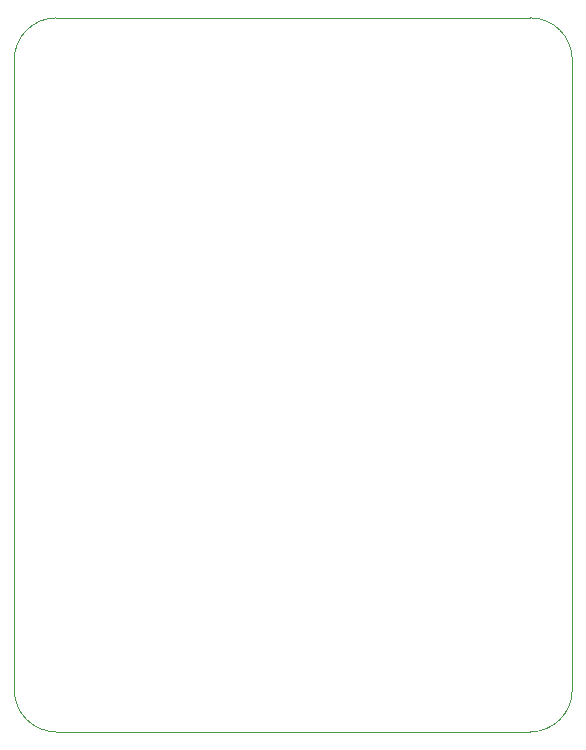
<source format=gbr>
%TF.GenerationSoftware,KiCad,Pcbnew,5.1.10*%
%TF.CreationDate,2021-09-02T21:39:33+02:00*%
%TF.ProjectId,pca9505-breakout.noqfn,70636139-3530-4352-9d62-7265616b6f75,rev?*%
%TF.SameCoordinates,Original*%
%TF.FileFunction,Profile,NP*%
%FSLAX46Y46*%
G04 Gerber Fmt 4.6, Leading zero omitted, Abs format (unit mm)*
G04 Created by KiCad (PCBNEW 5.1.10) date 2021-09-02 21:39:33*
%MOMM*%
%LPD*%
G01*
G04 APERTURE LIST*
%TA.AperFunction,Profile*%
%ADD10C,0.050000*%
%TD*%
G04 APERTURE END LIST*
D10*
X198628000Y-117856000D02*
G75*
G02*
X195072000Y-121412000I-3556000J0D01*
G01*
X154940000Y-121412000D02*
G75*
G02*
X151384000Y-117856000I0J3556000D01*
G01*
X151384000Y-64516000D02*
G75*
G02*
X154940000Y-60960000I3556000J0D01*
G01*
X195072000Y-60960000D02*
G75*
G02*
X198628000Y-64516000I0J-3556000D01*
G01*
X151384000Y-117856000D02*
X151384000Y-64516000D01*
X195072000Y-121412000D02*
X154940000Y-121412000D01*
X198628000Y-64516000D02*
X198628000Y-117856000D01*
X154940000Y-60960000D02*
X195072000Y-60960000D01*
M02*

</source>
